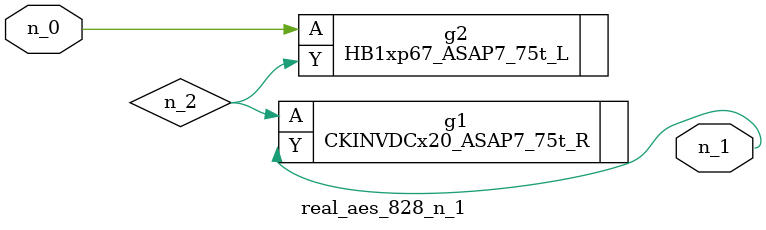
<source format=v>
module real_aes_828_n_1 (n_0, n_1);
input n_0;
output n_1;
wire n_2;
HB1xp67_ASAP7_75t_L g2 ( .A(n_0), .Y(n_2) );
CKINVDCx20_ASAP7_75t_R g1 ( .A(n_2), .Y(n_1) );
endmodule
</source>
